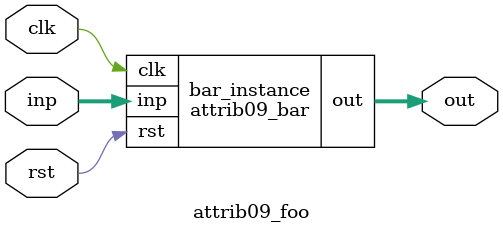
<source format=v>
module attrib09_bar(clk, rst, inp, out);
  input  wire clk;
  input  wire rst;
  input  wire [1:0] inp;
  output reg  [1:0] out;

  always @(inp)
    (* full_case, parallel_case *)
    case(inp)
      2'd0: out <= 2'd3;
      2'd1: out <= 2'd2;
      2'd2: out <= 2'd1;
      2'd3: out <= 2'd0;
    endcase

endmodule

module attrib09_foo(clk, rst, inp, out);
  input  wire clk;
  input  wire rst;
  input  wire [1:0] inp;
  output wire [1:0] out;

  attrib09_bar bar_instance (clk, rst, inp, out);
endmodule


</source>
